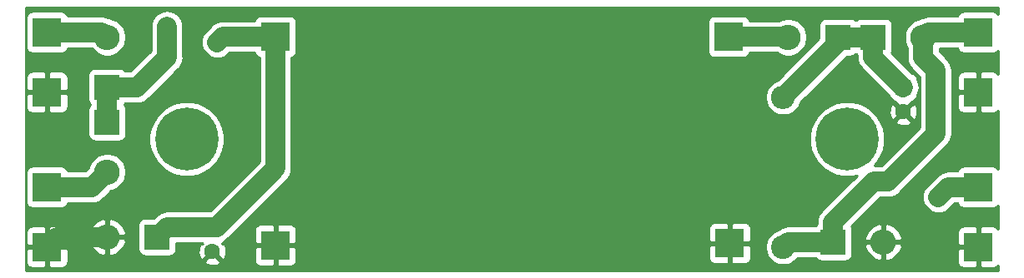
<source format=gbr>
%TF.GenerationSoftware,KiCad,Pcbnew,(5.1.10)-1*%
%TF.CreationDate,2021-05-10T23:52:44-03:00*%
%TF.ProjectId,MGA_02,4d47415f-3032-42e6-9b69-6361645f7063,rev?*%
%TF.SameCoordinates,Original*%
%TF.FileFunction,Copper,L1,Top*%
%TF.FilePolarity,Positive*%
%FSLAX46Y46*%
G04 Gerber Fmt 4.6, Leading zero omitted, Abs format (unit mm)*
G04 Created by KiCad (PCBNEW (5.1.10)-1) date 2021-05-10 23:52:44*
%MOMM*%
%LPD*%
G01*
G04 APERTURE LIST*
%TA.AperFunction,ComponentPad*%
%ADD10C,0.800000*%
%TD*%
%TA.AperFunction,ComponentPad*%
%ADD11C,6.400000*%
%TD*%
%TA.AperFunction,ComponentPad*%
%ADD12C,1.270000*%
%TD*%
%TA.AperFunction,ComponentPad*%
%ADD13R,3.000000X3.000000*%
%TD*%
%TA.AperFunction,ComponentPad*%
%ADD14O,2.600000X2.600000*%
%TD*%
%TA.AperFunction,ComponentPad*%
%ADD15R,2.600000X2.600000*%
%TD*%
%TA.AperFunction,ComponentPad*%
%ADD16O,2.400000X2.400000*%
%TD*%
%TA.AperFunction,ComponentPad*%
%ADD17C,2.400000*%
%TD*%
%TA.AperFunction,ComponentPad*%
%ADD18C,1.600000*%
%TD*%
%TA.AperFunction,ComponentPad*%
%ADD19R,1.600000X1.600000*%
%TD*%
%TA.AperFunction,Conductor*%
%ADD20C,2.000000*%
%TD*%
%TA.AperFunction,Conductor*%
%ADD21C,0.254000*%
%TD*%
%TA.AperFunction,Conductor*%
%ADD22C,0.100000*%
%TD*%
G04 APERTURE END LIST*
D10*
%TO.P,2,1*%
%TO.N,N/C*%
X135697056Y-113302944D03*
X134000000Y-112600000D03*
X132302944Y-113302944D03*
X131600000Y-115000000D03*
X132302944Y-116697056D03*
X134000000Y-117400000D03*
X135697056Y-116697056D03*
X136400000Y-115000000D03*
D11*
X134000000Y-115000000D03*
%TD*%
D10*
%TO.P,1,1*%
%TO.N,N/C*%
X68697056Y-113302944D03*
X67000000Y-112600000D03*
X65302944Y-113302944D03*
X64600000Y-115000000D03*
X65302944Y-116697056D03*
X67000000Y-117400000D03*
X68697056Y-116697056D03*
X69400000Y-115000000D03*
D11*
X67000000Y-115000000D03*
%TD*%
D12*
%TO.P,F2,1*%
%TO.N,Net-(F2-Pad1)*%
X143256000Y-120904000D03*
%TO.P,F2,2*%
%TO.N,Net-(D5-Pad2)*%
X138156000Y-119304000D03*
%TD*%
%TO.P,F1,1*%
%TO.N,Net-(C1-Pad1)*%
X70104000Y-105156000D03*
%TO.P,F1,2*%
%TO.N,Net-(D1-Pad1)*%
X65004000Y-103556000D03*
%TD*%
D13*
%TO.P,J8,1*%
%TO.N,Net-(F2-Pad1)*%
X147320000Y-119888000D03*
%TD*%
%TO.P,J7,1*%
%TO.N,GND*%
X147320000Y-125984000D03*
%TD*%
%TO.P,J6,1*%
%TO.N,GND*%
X147320000Y-110236000D03*
%TD*%
%TO.P,J5,1*%
%TO.N,Net-(D5-Pad2)*%
X147320000Y-104140000D03*
%TD*%
%TO.P,J4,1*%
%TO.N,GND*%
X52832000Y-125984000D03*
%TD*%
%TO.P,J3,1*%
%TO.N,Net-(D2-Pad2)*%
X52832000Y-119888000D03*
%TD*%
%TO.P,J2,1*%
%TO.N,GND*%
X52832000Y-110236000D03*
%TD*%
%TO.P,J1,1*%
%TO.N,Net-(D1-Pad2)*%
X52832000Y-104140000D03*
%TD*%
D14*
%TO.P,D6,2*%
%TO.N,GND*%
X137668000Y-125476000D03*
D15*
%TO.P,D6,1*%
%TO.N,Net-(D5-Pad2)*%
X132588000Y-125476000D03*
%TD*%
D14*
%TO.P,D5,2*%
%TO.N,Net-(D5-Pad2)*%
X141732000Y-104648000D03*
D15*
%TO.P,D5,1*%
%TO.N,Net-(C2-Pad1)*%
X136652000Y-104648000D03*
%TD*%
D14*
%TO.P,D4,2*%
%TO.N,Net-(D4-Pad2)*%
X128016000Y-104648000D03*
D15*
%TO.P,D4,1*%
%TO.N,Net-(C2-Pad1)*%
X133096000Y-104648000D03*
%TD*%
D14*
%TO.P,D3,2*%
%TO.N,GND*%
X58928000Y-124968000D03*
D15*
%TO.P,D3,1*%
%TO.N,Net-(C1-Pad1)*%
X64008000Y-124968000D03*
%TD*%
D14*
%TO.P,D2,2*%
%TO.N,Net-(D2-Pad2)*%
X58928000Y-118364000D03*
D15*
%TO.P,D2,1*%
%TO.N,Net-(D1-Pad1)*%
X58928000Y-113284000D03*
%TD*%
D14*
%TO.P,D1,2*%
%TO.N,Net-(D1-Pad2)*%
X58928000Y-104648000D03*
D15*
%TO.P,D1,1*%
%TO.N,Net-(D1-Pad1)*%
X58928000Y-109728000D03*
%TD*%
D16*
%TO.P,R1,2*%
%TO.N,Net-(C2-Pad1)*%
X127508000Y-110744000D03*
D17*
%TO.P,R1,1*%
%TO.N,Net-(D5-Pad2)*%
X127508000Y-125984000D03*
%TD*%
D18*
%TO.P,C2,2*%
%TO.N,GND*%
X139700000Y-112228000D03*
D19*
%TO.P,C2,1*%
%TO.N,Net-(C2-Pad1)*%
X139700000Y-109728000D03*
%TD*%
D18*
%TO.P,C1,2*%
%TO.N,GND*%
X69596000Y-126452000D03*
D19*
%TO.P,C1,1*%
%TO.N,Net-(C1-Pad1)*%
X69596000Y-123952000D03*
%TD*%
D13*
%TO.P,DC1,4*%
%TO.N,GND*%
X122100000Y-125600000D03*
%TO.P,DC1,3*%
%TO.N,Net-(D4-Pad2)*%
X122000000Y-104600000D03*
%TO.P,DC1,2*%
%TO.N,GND*%
X76000000Y-125800000D03*
%TO.P,DC1,1*%
%TO.N,Net-(C1-Pad1)*%
X76000000Y-104600000D03*
%TD*%
D20*
%TO.N,Net-(D1-Pad2)*%
X58420000Y-104140000D02*
X58928000Y-104648000D01*
X52832000Y-104140000D02*
X58420000Y-104140000D01*
%TO.N,Net-(D1-Pad1)*%
X58928000Y-109728000D02*
X58928000Y-113284000D01*
X58928000Y-109728000D02*
X61976000Y-109728000D01*
X65004000Y-106700000D02*
X65004000Y-103556000D01*
X61976000Y-109728000D02*
X65004000Y-106700000D01*
%TO.N,Net-(D2-Pad2)*%
X57404000Y-119888000D02*
X58928000Y-118364000D01*
X52832000Y-119888000D02*
X57404000Y-119888000D01*
%TO.N,GND*%
X53848000Y-124968000D02*
X52832000Y-125984000D01*
X58928000Y-124968000D02*
X53848000Y-124968000D01*
%TO.N,Net-(C1-Pad1)*%
X70660000Y-104600000D02*
X70104000Y-105156000D01*
X76000000Y-104600000D02*
X70660000Y-104600000D01*
X65024000Y-123952000D02*
X69596000Y-123952000D01*
X64008000Y-124968000D02*
X65024000Y-123952000D01*
X69596000Y-123952000D02*
X70048000Y-123952000D01*
X76000000Y-118000000D02*
X76000000Y-104600000D01*
X70048000Y-123952000D02*
X76000000Y-118000000D01*
%TO.N,Net-(D4-Pad2)*%
X127968000Y-104600000D02*
X128016000Y-104648000D01*
X122000000Y-104600000D02*
X127968000Y-104600000D01*
%TO.N,Net-(C2-Pad1)*%
X133096000Y-105156000D02*
X127508000Y-110744000D01*
X133096000Y-104648000D02*
X133096000Y-105156000D01*
X136652000Y-106680000D02*
X139700000Y-109728000D01*
X136652000Y-104648000D02*
X136652000Y-106680000D01*
X133096000Y-104648000D02*
X136652000Y-104648000D01*
%TO.N,Net-(D5-Pad2)*%
X142240000Y-104140000D02*
X141732000Y-104648000D01*
X147320000Y-104140000D02*
X142240000Y-104140000D01*
X138156000Y-119304000D02*
X136728000Y-119304000D01*
X132588000Y-123444000D02*
X132588000Y-125476000D01*
X136728000Y-119304000D02*
X132588000Y-123444000D01*
X128016000Y-125476000D02*
X127508000Y-125984000D01*
X132588000Y-125476000D02*
X128016000Y-125476000D01*
X141732000Y-104648000D02*
X141732000Y-106732000D01*
X141732000Y-106732000D02*
X143000000Y-108000000D01*
X143000000Y-114460000D02*
X138156000Y-119304000D01*
X143000000Y-108000000D02*
X143000000Y-114460000D01*
%TO.N,Net-(F2-Pad1)*%
X144272000Y-119888000D02*
X143256000Y-120904000D01*
X147320000Y-119888000D02*
X144272000Y-119888000D01*
%TD*%
D21*
%TO.N,GND*%
X149340001Y-102272668D02*
X149271185Y-102188815D01*
X149174494Y-102109463D01*
X149064180Y-102050498D01*
X148944482Y-102014188D01*
X148820000Y-102001928D01*
X145820000Y-102001928D01*
X145695518Y-102014188D01*
X145575820Y-102050498D01*
X145465506Y-102109463D01*
X145368815Y-102188815D01*
X145289463Y-102285506D01*
X145230498Y-102395820D01*
X145197379Y-102505000D01*
X142320319Y-102505000D01*
X142239999Y-102497089D01*
X142159679Y-102505000D01*
X142159678Y-102505000D01*
X141919484Y-102528657D01*
X141611285Y-102622148D01*
X141381979Y-102744715D01*
X141167581Y-102787361D01*
X140815434Y-102933225D01*
X140498509Y-103144987D01*
X140228987Y-103414509D01*
X140017225Y-103731434D01*
X139871361Y-104083581D01*
X139797000Y-104457419D01*
X139797000Y-104838581D01*
X139871361Y-105212419D01*
X140017225Y-105564566D01*
X140097000Y-105683959D01*
X140097001Y-106651671D01*
X140089089Y-106732000D01*
X140120658Y-107052516D01*
X140214148Y-107360714D01*
X140219799Y-107371286D01*
X140365970Y-107644752D01*
X140570287Y-107893714D01*
X140632682Y-107944920D01*
X141365000Y-108677239D01*
X141365001Y-113782760D01*
X137478762Y-117669000D01*
X136808319Y-117669000D01*
X136759334Y-117664175D01*
X136978839Y-117444670D01*
X137398533Y-116816554D01*
X137687623Y-116118628D01*
X137835000Y-115377715D01*
X137835000Y-114622285D01*
X137687623Y-113881372D01*
X137413965Y-113220702D01*
X138886903Y-113220702D01*
X138958486Y-113464671D01*
X139213996Y-113585571D01*
X139488184Y-113654300D01*
X139770512Y-113668217D01*
X140050130Y-113626787D01*
X140316292Y-113531603D01*
X140441514Y-113464671D01*
X140513097Y-113220702D01*
X139700000Y-112407605D01*
X138886903Y-113220702D01*
X137413965Y-113220702D01*
X137398533Y-113183446D01*
X136978839Y-112555330D01*
X136722021Y-112298512D01*
X138259783Y-112298512D01*
X138301213Y-112578130D01*
X138396397Y-112844292D01*
X138463329Y-112969514D01*
X138707298Y-113041097D01*
X139520395Y-112228000D01*
X139879605Y-112228000D01*
X140692702Y-113041097D01*
X140936671Y-112969514D01*
X141057571Y-112714004D01*
X141126300Y-112439816D01*
X141140217Y-112157488D01*
X141098787Y-111877870D01*
X141003603Y-111611708D01*
X140936671Y-111486486D01*
X140692702Y-111414903D01*
X139879605Y-112228000D01*
X139520395Y-112228000D01*
X138707298Y-111414903D01*
X138463329Y-111486486D01*
X138342429Y-111741996D01*
X138273700Y-112016184D01*
X138259783Y-112298512D01*
X136722021Y-112298512D01*
X136444670Y-112021161D01*
X135816554Y-111601467D01*
X135118628Y-111312377D01*
X134377715Y-111165000D01*
X133622285Y-111165000D01*
X132881372Y-111312377D01*
X132183446Y-111601467D01*
X131555330Y-112021161D01*
X131021161Y-112555330D01*
X130601467Y-113183446D01*
X130312377Y-113881372D01*
X130165000Y-114622285D01*
X130165000Y-115377715D01*
X130312377Y-116118628D01*
X130601467Y-116816554D01*
X131021161Y-117444670D01*
X131555330Y-117978839D01*
X132183446Y-118398533D01*
X132881372Y-118687623D01*
X133622285Y-118835000D01*
X134377715Y-118835000D01*
X135010662Y-118709099D01*
X131488687Y-122231075D01*
X131426286Y-122282286D01*
X131221969Y-122531249D01*
X131070148Y-122815286D01*
X130976657Y-123123485D01*
X130953000Y-123363678D01*
X130945089Y-123444000D01*
X130953000Y-123524320D01*
X130953000Y-123635043D01*
X130933506Y-123645463D01*
X130836815Y-123724815D01*
X130757463Y-123821506D01*
X130747043Y-123841000D01*
X128096319Y-123841000D01*
X128015999Y-123833089D01*
X127935679Y-123841000D01*
X127935678Y-123841000D01*
X127695484Y-123864657D01*
X127387285Y-123958148D01*
X127103248Y-124109969D01*
X126966716Y-124222017D01*
X126638801Y-124357844D01*
X126338256Y-124558662D01*
X126082662Y-124814256D01*
X125881844Y-125114801D01*
X125743518Y-125448750D01*
X125673000Y-125803268D01*
X125673000Y-126164732D01*
X125743518Y-126519250D01*
X125881844Y-126853199D01*
X126082662Y-127153744D01*
X126338256Y-127409338D01*
X126638801Y-127610156D01*
X126972750Y-127748482D01*
X127327268Y-127819000D01*
X127688732Y-127819000D01*
X128043250Y-127748482D01*
X128377199Y-127610156D01*
X128566004Y-127484000D01*
X145181928Y-127484000D01*
X145194188Y-127608482D01*
X145230498Y-127728180D01*
X145289463Y-127838494D01*
X145368815Y-127935185D01*
X145465506Y-128014537D01*
X145575820Y-128073502D01*
X145695518Y-128109812D01*
X145820000Y-128122072D01*
X147034250Y-128119000D01*
X147193000Y-127960250D01*
X147193000Y-126111000D01*
X145343750Y-126111000D01*
X145185000Y-126269750D01*
X145181928Y-127484000D01*
X128566004Y-127484000D01*
X128677744Y-127409338D01*
X128933338Y-127153744D01*
X128961899Y-127111000D01*
X130747043Y-127111000D01*
X130757463Y-127130494D01*
X130836815Y-127227185D01*
X130933506Y-127306537D01*
X131043820Y-127365502D01*
X131163518Y-127401812D01*
X131288000Y-127414072D01*
X133888000Y-127414072D01*
X134012482Y-127401812D01*
X134132180Y-127365502D01*
X134242494Y-127306537D01*
X134339185Y-127227185D01*
X134418537Y-127130494D01*
X134477502Y-127020180D01*
X134513812Y-126900482D01*
X134526072Y-126776000D01*
X134526072Y-125903484D01*
X135780811Y-125903484D01*
X135861358Y-126169028D01*
X136031275Y-126508170D01*
X136264091Y-126807646D01*
X136550858Y-127055948D01*
X136880556Y-127243533D01*
X137240515Y-127363193D01*
X137541000Y-127248082D01*
X137541000Y-125603000D01*
X137795000Y-125603000D01*
X137795000Y-127248082D01*
X138095485Y-127363193D01*
X138455444Y-127243533D01*
X138785142Y-127055948D01*
X139071909Y-126807646D01*
X139304725Y-126508170D01*
X139474642Y-126169028D01*
X139555189Y-125903484D01*
X139439704Y-125603000D01*
X137795000Y-125603000D01*
X137541000Y-125603000D01*
X135896296Y-125603000D01*
X135780811Y-125903484D01*
X134526072Y-125903484D01*
X134526072Y-125048516D01*
X135780811Y-125048516D01*
X135896296Y-125349000D01*
X137541000Y-125349000D01*
X137541000Y-123703918D01*
X137795000Y-123703918D01*
X137795000Y-125349000D01*
X139439704Y-125349000D01*
X139555189Y-125048516D01*
X139474642Y-124782972D01*
X139324851Y-124484000D01*
X145181928Y-124484000D01*
X145185000Y-125698250D01*
X145343750Y-125857000D01*
X147193000Y-125857000D01*
X147193000Y-124007750D01*
X147034250Y-123849000D01*
X145820000Y-123845928D01*
X145695518Y-123858188D01*
X145575820Y-123894498D01*
X145465506Y-123953463D01*
X145368815Y-124032815D01*
X145289463Y-124129506D01*
X145230498Y-124239820D01*
X145194188Y-124359518D01*
X145181928Y-124484000D01*
X139324851Y-124484000D01*
X139304725Y-124443830D01*
X139071909Y-124144354D01*
X138785142Y-123896052D01*
X138455444Y-123708467D01*
X138095485Y-123588807D01*
X137795000Y-123703918D01*
X137541000Y-123703918D01*
X137240515Y-123588807D01*
X136880556Y-123708467D01*
X136550858Y-123896052D01*
X136264091Y-124144354D01*
X136031275Y-124443830D01*
X135861358Y-124782972D01*
X135780811Y-125048516D01*
X134526072Y-125048516D01*
X134526072Y-124176000D01*
X134513812Y-124051518D01*
X134477502Y-123931820D01*
X134454831Y-123889407D01*
X137405239Y-120939000D01*
X138075681Y-120939000D01*
X138156000Y-120946911D01*
X138236319Y-120939000D01*
X138236322Y-120939000D01*
X138476516Y-120915343D01*
X138784715Y-120821852D01*
X139068752Y-120670031D01*
X139317714Y-120465714D01*
X139368925Y-120403313D01*
X144099319Y-115672920D01*
X144161714Y-115621714D01*
X144366031Y-115372752D01*
X144517852Y-115088715D01*
X144611343Y-114780516D01*
X144635000Y-114540322D01*
X144635000Y-114540321D01*
X144642911Y-114460001D01*
X144635000Y-114379681D01*
X144635000Y-111736000D01*
X145181928Y-111736000D01*
X145194188Y-111860482D01*
X145230498Y-111980180D01*
X145289463Y-112090494D01*
X145368815Y-112187185D01*
X145465506Y-112266537D01*
X145575820Y-112325502D01*
X145695518Y-112361812D01*
X145820000Y-112374072D01*
X147034250Y-112371000D01*
X147193000Y-112212250D01*
X147193000Y-110363000D01*
X145343750Y-110363000D01*
X145185000Y-110521750D01*
X145181928Y-111736000D01*
X144635000Y-111736000D01*
X144635000Y-108736000D01*
X145181928Y-108736000D01*
X145185000Y-109950250D01*
X145343750Y-110109000D01*
X147193000Y-110109000D01*
X147193000Y-108259750D01*
X147034250Y-108101000D01*
X145820000Y-108097928D01*
X145695518Y-108110188D01*
X145575820Y-108146498D01*
X145465506Y-108205463D01*
X145368815Y-108284815D01*
X145289463Y-108381506D01*
X145230498Y-108491820D01*
X145194188Y-108611518D01*
X145181928Y-108736000D01*
X144635000Y-108736000D01*
X144635000Y-108080322D01*
X144642911Y-108000000D01*
X144611343Y-107679483D01*
X144517852Y-107371285D01*
X144484407Y-107308714D01*
X144366031Y-107087248D01*
X144161714Y-106838286D01*
X144099319Y-106787081D01*
X143367000Y-106054762D01*
X143367000Y-105775000D01*
X145197379Y-105775000D01*
X145230498Y-105884180D01*
X145289463Y-105994494D01*
X145368815Y-106091185D01*
X145465506Y-106170537D01*
X145575820Y-106229502D01*
X145695518Y-106265812D01*
X145820000Y-106278072D01*
X148820000Y-106278072D01*
X148944482Y-106265812D01*
X149064180Y-106229502D01*
X149174494Y-106170537D01*
X149271185Y-106091185D01*
X149340001Y-106007332D01*
X149340001Y-108368667D01*
X149271185Y-108284815D01*
X149174494Y-108205463D01*
X149064180Y-108146498D01*
X148944482Y-108110188D01*
X148820000Y-108097928D01*
X147605750Y-108101000D01*
X147447000Y-108259750D01*
X147447000Y-110109000D01*
X147467000Y-110109000D01*
X147467000Y-110363000D01*
X147447000Y-110363000D01*
X147447000Y-112212250D01*
X147605750Y-112371000D01*
X148820000Y-112374072D01*
X148944482Y-112361812D01*
X149064180Y-112325502D01*
X149174494Y-112266537D01*
X149271185Y-112187185D01*
X149340001Y-112103333D01*
X149340000Y-118020667D01*
X149271185Y-117936815D01*
X149174494Y-117857463D01*
X149064180Y-117798498D01*
X148944482Y-117762188D01*
X148820000Y-117749928D01*
X145820000Y-117749928D01*
X145695518Y-117762188D01*
X145575820Y-117798498D01*
X145465506Y-117857463D01*
X145368815Y-117936815D01*
X145289463Y-118033506D01*
X145230498Y-118143820D01*
X145197379Y-118253000D01*
X144352319Y-118253000D01*
X144272000Y-118245089D01*
X144191680Y-118253000D01*
X144191678Y-118253000D01*
X143951484Y-118276657D01*
X143643285Y-118370148D01*
X143359248Y-118521969D01*
X143110286Y-118726286D01*
X143059075Y-118788687D01*
X142043085Y-119804677D01*
X141889970Y-119991248D01*
X141738148Y-120275286D01*
X141644658Y-120583484D01*
X141613089Y-120904000D01*
X141644658Y-121224516D01*
X141738148Y-121532714D01*
X141889970Y-121816752D01*
X142094287Y-122065713D01*
X142343248Y-122270030D01*
X142627286Y-122421852D01*
X142935484Y-122515342D01*
X143256000Y-122546911D01*
X143576516Y-122515342D01*
X143884714Y-122421852D01*
X144168752Y-122270030D01*
X144355323Y-122116915D01*
X144949238Y-121523000D01*
X145197379Y-121523000D01*
X145230498Y-121632180D01*
X145289463Y-121742494D01*
X145368815Y-121839185D01*
X145465506Y-121918537D01*
X145575820Y-121977502D01*
X145695518Y-122013812D01*
X145820000Y-122026072D01*
X148820000Y-122026072D01*
X148944482Y-122013812D01*
X149064180Y-121977502D01*
X149174494Y-121918537D01*
X149271185Y-121839185D01*
X149340000Y-121755333D01*
X149340000Y-124116667D01*
X149271185Y-124032815D01*
X149174494Y-123953463D01*
X149064180Y-123894498D01*
X148944482Y-123858188D01*
X148820000Y-123845928D01*
X147605750Y-123849000D01*
X147447000Y-124007750D01*
X147447000Y-125857000D01*
X147467000Y-125857000D01*
X147467000Y-126111000D01*
X147447000Y-126111000D01*
X147447000Y-127960250D01*
X147605750Y-128119000D01*
X148820000Y-128122072D01*
X148944482Y-128109812D01*
X149064180Y-128073502D01*
X149174494Y-128014537D01*
X149271185Y-127935185D01*
X149340000Y-127851333D01*
X149340000Y-128340000D01*
X50660000Y-128340000D01*
X50660000Y-127484000D01*
X50693928Y-127484000D01*
X50706188Y-127608482D01*
X50742498Y-127728180D01*
X50801463Y-127838494D01*
X50880815Y-127935185D01*
X50977506Y-128014537D01*
X51087820Y-128073502D01*
X51207518Y-128109812D01*
X51332000Y-128122072D01*
X52546250Y-128119000D01*
X52705000Y-127960250D01*
X52705000Y-126111000D01*
X52959000Y-126111000D01*
X52959000Y-127960250D01*
X53117750Y-128119000D01*
X54332000Y-128122072D01*
X54456482Y-128109812D01*
X54576180Y-128073502D01*
X54686494Y-128014537D01*
X54783185Y-127935185D01*
X54862537Y-127838494D01*
X54921502Y-127728180D01*
X54957812Y-127608482D01*
X54970072Y-127484000D01*
X54969973Y-127444702D01*
X68782903Y-127444702D01*
X68854486Y-127688671D01*
X69109996Y-127809571D01*
X69384184Y-127878300D01*
X69666512Y-127892217D01*
X69946130Y-127850787D01*
X70212292Y-127755603D01*
X70337514Y-127688671D01*
X70409097Y-127444702D01*
X70264395Y-127300000D01*
X73861928Y-127300000D01*
X73874188Y-127424482D01*
X73910498Y-127544180D01*
X73969463Y-127654494D01*
X74048815Y-127751185D01*
X74145506Y-127830537D01*
X74255820Y-127889502D01*
X74375518Y-127925812D01*
X74500000Y-127938072D01*
X75714250Y-127935000D01*
X75873000Y-127776250D01*
X75873000Y-125927000D01*
X76127000Y-125927000D01*
X76127000Y-127776250D01*
X76285750Y-127935000D01*
X77500000Y-127938072D01*
X77624482Y-127925812D01*
X77744180Y-127889502D01*
X77854494Y-127830537D01*
X77951185Y-127751185D01*
X78030537Y-127654494D01*
X78089502Y-127544180D01*
X78125812Y-127424482D01*
X78138072Y-127300000D01*
X78137567Y-127100000D01*
X119961928Y-127100000D01*
X119974188Y-127224482D01*
X120010498Y-127344180D01*
X120069463Y-127454494D01*
X120148815Y-127551185D01*
X120245506Y-127630537D01*
X120355820Y-127689502D01*
X120475518Y-127725812D01*
X120600000Y-127738072D01*
X121814250Y-127735000D01*
X121973000Y-127576250D01*
X121973000Y-125727000D01*
X122227000Y-125727000D01*
X122227000Y-127576250D01*
X122385750Y-127735000D01*
X123600000Y-127738072D01*
X123724482Y-127725812D01*
X123844180Y-127689502D01*
X123954494Y-127630537D01*
X124051185Y-127551185D01*
X124130537Y-127454494D01*
X124189502Y-127344180D01*
X124225812Y-127224482D01*
X124238072Y-127100000D01*
X124235000Y-125885750D01*
X124076250Y-125727000D01*
X122227000Y-125727000D01*
X121973000Y-125727000D01*
X120123750Y-125727000D01*
X119965000Y-125885750D01*
X119961928Y-127100000D01*
X78137567Y-127100000D01*
X78135000Y-126085750D01*
X77976250Y-125927000D01*
X76127000Y-125927000D01*
X75873000Y-125927000D01*
X74023750Y-125927000D01*
X73865000Y-126085750D01*
X73861928Y-127300000D01*
X70264395Y-127300000D01*
X69596000Y-126631605D01*
X68782903Y-127444702D01*
X54969973Y-127444702D01*
X54967000Y-126269750D01*
X54808250Y-126111000D01*
X52959000Y-126111000D01*
X52705000Y-126111000D01*
X50855750Y-126111000D01*
X50697000Y-126269750D01*
X50693928Y-127484000D01*
X50660000Y-127484000D01*
X50660000Y-124484000D01*
X50693928Y-124484000D01*
X50697000Y-125698250D01*
X50855750Y-125857000D01*
X52705000Y-125857000D01*
X52705000Y-124007750D01*
X52959000Y-124007750D01*
X52959000Y-125857000D01*
X54808250Y-125857000D01*
X54967000Y-125698250D01*
X54967765Y-125395484D01*
X57040811Y-125395484D01*
X57121358Y-125661028D01*
X57291275Y-126000170D01*
X57524091Y-126299646D01*
X57810858Y-126547948D01*
X58140556Y-126735533D01*
X58500515Y-126855193D01*
X58801000Y-126740082D01*
X58801000Y-125095000D01*
X59055000Y-125095000D01*
X59055000Y-126740082D01*
X59355485Y-126855193D01*
X59715444Y-126735533D01*
X60045142Y-126547948D01*
X60331909Y-126299646D01*
X60564725Y-126000170D01*
X60734642Y-125661028D01*
X60815189Y-125395484D01*
X60699704Y-125095000D01*
X59055000Y-125095000D01*
X58801000Y-125095000D01*
X57156296Y-125095000D01*
X57040811Y-125395484D01*
X54967765Y-125395484D01*
X54969928Y-124540516D01*
X57040811Y-124540516D01*
X57156296Y-124841000D01*
X58801000Y-124841000D01*
X58801000Y-123195918D01*
X59055000Y-123195918D01*
X59055000Y-124841000D01*
X60699704Y-124841000D01*
X60815189Y-124540516D01*
X60734642Y-124274972D01*
X60564725Y-123935830D01*
X60356511Y-123668000D01*
X62069928Y-123668000D01*
X62069928Y-126268000D01*
X62082188Y-126392482D01*
X62118498Y-126512180D01*
X62177463Y-126622494D01*
X62256815Y-126719185D01*
X62353506Y-126798537D01*
X62463820Y-126857502D01*
X62583518Y-126893812D01*
X62708000Y-126906072D01*
X65308000Y-126906072D01*
X65432482Y-126893812D01*
X65552180Y-126857502D01*
X65662494Y-126798537D01*
X65759185Y-126719185D01*
X65838537Y-126622494D01*
X65897502Y-126512180D01*
X65933812Y-126392482D01*
X65946072Y-126268000D01*
X65946072Y-125587000D01*
X68551393Y-125587000D01*
X68603296Y-125638903D01*
X68359329Y-125710486D01*
X68238429Y-125965996D01*
X68169700Y-126240184D01*
X68155783Y-126522512D01*
X68197213Y-126802130D01*
X68292397Y-127068292D01*
X68359329Y-127193514D01*
X68603298Y-127265097D01*
X69416395Y-126452000D01*
X69402253Y-126437858D01*
X69581858Y-126258253D01*
X69596000Y-126272395D01*
X69610143Y-126258253D01*
X69789748Y-126437858D01*
X69775605Y-126452000D01*
X70588702Y-127265097D01*
X70832671Y-127193514D01*
X70953571Y-126938004D01*
X71022300Y-126663816D01*
X71036217Y-126381488D01*
X70994787Y-126101870D01*
X70899603Y-125835708D01*
X70832671Y-125710486D01*
X70588704Y-125638903D01*
X70704977Y-125522630D01*
X70657905Y-125475558D01*
X70676715Y-125469852D01*
X70960752Y-125318031D01*
X71209714Y-125113714D01*
X71260925Y-125051313D01*
X72012238Y-124300000D01*
X73861928Y-124300000D01*
X73865000Y-125514250D01*
X74023750Y-125673000D01*
X75873000Y-125673000D01*
X75873000Y-123823750D01*
X76127000Y-123823750D01*
X76127000Y-125673000D01*
X77976250Y-125673000D01*
X78135000Y-125514250D01*
X78138072Y-124300000D01*
X78125812Y-124175518D01*
X78102904Y-124100000D01*
X119961928Y-124100000D01*
X119965000Y-125314250D01*
X120123750Y-125473000D01*
X121973000Y-125473000D01*
X121973000Y-123623750D01*
X122227000Y-123623750D01*
X122227000Y-125473000D01*
X124076250Y-125473000D01*
X124235000Y-125314250D01*
X124238072Y-124100000D01*
X124225812Y-123975518D01*
X124189502Y-123855820D01*
X124130537Y-123745506D01*
X124051185Y-123648815D01*
X123954494Y-123569463D01*
X123844180Y-123510498D01*
X123724482Y-123474188D01*
X123600000Y-123461928D01*
X122385750Y-123465000D01*
X122227000Y-123623750D01*
X121973000Y-123623750D01*
X121814250Y-123465000D01*
X120600000Y-123461928D01*
X120475518Y-123474188D01*
X120355820Y-123510498D01*
X120245506Y-123569463D01*
X120148815Y-123648815D01*
X120069463Y-123745506D01*
X120010498Y-123855820D01*
X119974188Y-123975518D01*
X119961928Y-124100000D01*
X78102904Y-124100000D01*
X78089502Y-124055820D01*
X78030537Y-123945506D01*
X77951185Y-123848815D01*
X77854494Y-123769463D01*
X77744180Y-123710498D01*
X77624482Y-123674188D01*
X77500000Y-123661928D01*
X76285750Y-123665000D01*
X76127000Y-123823750D01*
X75873000Y-123823750D01*
X75714250Y-123665000D01*
X74500000Y-123661928D01*
X74375518Y-123674188D01*
X74255820Y-123710498D01*
X74145506Y-123769463D01*
X74048815Y-123848815D01*
X73969463Y-123945506D01*
X73910498Y-124055820D01*
X73874188Y-124175518D01*
X73861928Y-124300000D01*
X72012238Y-124300000D01*
X77099320Y-119212919D01*
X77161714Y-119161714D01*
X77366031Y-118912752D01*
X77517852Y-118628715D01*
X77611343Y-118320516D01*
X77635000Y-118080322D01*
X77635000Y-118080320D01*
X77642911Y-118000001D01*
X77635000Y-117919681D01*
X77635000Y-110563268D01*
X125673000Y-110563268D01*
X125673000Y-110924732D01*
X125743518Y-111279250D01*
X125881844Y-111613199D01*
X126082662Y-111913744D01*
X126338256Y-112169338D01*
X126638801Y-112370156D01*
X126972750Y-112508482D01*
X127327268Y-112579000D01*
X127688732Y-112579000D01*
X128043250Y-112508482D01*
X128377199Y-112370156D01*
X128677744Y-112169338D01*
X128933338Y-111913744D01*
X129134156Y-111613199D01*
X129263639Y-111300599D01*
X133978167Y-106586072D01*
X134396000Y-106586072D01*
X134520482Y-106573812D01*
X134640180Y-106537502D01*
X134750494Y-106478537D01*
X134847185Y-106399185D01*
X134874000Y-106366511D01*
X134900815Y-106399185D01*
X134997506Y-106478537D01*
X135017001Y-106488957D01*
X135017001Y-106599671D01*
X135009089Y-106680000D01*
X135040658Y-107000516D01*
X135134148Y-107308714D01*
X135167593Y-107371285D01*
X135285970Y-107592752D01*
X135490287Y-107841714D01*
X135552682Y-107892920D01*
X138270031Y-110610269D01*
X138274188Y-110652482D01*
X138310498Y-110772180D01*
X138369463Y-110882494D01*
X138448815Y-110979185D01*
X138545506Y-111058537D01*
X138655820Y-111117502D01*
X138775518Y-111153812D01*
X138900000Y-111166072D01*
X138907215Y-111166072D01*
X138886903Y-111235298D01*
X139700000Y-112048395D01*
X140513097Y-111235298D01*
X140492785Y-111166072D01*
X140500000Y-111166072D01*
X140624482Y-111153812D01*
X140744180Y-111117502D01*
X140854494Y-111058537D01*
X140951185Y-110979185D01*
X141030537Y-110882494D01*
X141089502Y-110772180D01*
X141125812Y-110652482D01*
X141138072Y-110528000D01*
X141138072Y-110505971D01*
X141217852Y-110356714D01*
X141311342Y-110048516D01*
X141342911Y-109728000D01*
X141311342Y-109407483D01*
X141217852Y-109099285D01*
X141138072Y-108950028D01*
X141138072Y-108928000D01*
X141125812Y-108803518D01*
X141089502Y-108683820D01*
X141030537Y-108573506D01*
X140951185Y-108476815D01*
X140854494Y-108397463D01*
X140744180Y-108338498D01*
X140624482Y-108302188D01*
X140582269Y-108298031D01*
X138518831Y-106234593D01*
X138541502Y-106192180D01*
X138577812Y-106072482D01*
X138590072Y-105948000D01*
X138590072Y-103348000D01*
X138577812Y-103223518D01*
X138541502Y-103103820D01*
X138482537Y-102993506D01*
X138403185Y-102896815D01*
X138306494Y-102817463D01*
X138196180Y-102758498D01*
X138076482Y-102722188D01*
X137952000Y-102709928D01*
X135352000Y-102709928D01*
X135227518Y-102722188D01*
X135107820Y-102758498D01*
X134997506Y-102817463D01*
X134900815Y-102896815D01*
X134874000Y-102929489D01*
X134847185Y-102896815D01*
X134750494Y-102817463D01*
X134640180Y-102758498D01*
X134520482Y-102722188D01*
X134396000Y-102709928D01*
X131796000Y-102709928D01*
X131671518Y-102722188D01*
X131551820Y-102758498D01*
X131441506Y-102817463D01*
X131344815Y-102896815D01*
X131265463Y-102993506D01*
X131206498Y-103103820D01*
X131170188Y-103223518D01*
X131157928Y-103348000D01*
X131157928Y-104781833D01*
X126951401Y-108988361D01*
X126638801Y-109117844D01*
X126338256Y-109318662D01*
X126082662Y-109574256D01*
X125881844Y-109874801D01*
X125743518Y-110208750D01*
X125673000Y-110563268D01*
X77635000Y-110563268D01*
X77635000Y-106722621D01*
X77744180Y-106689502D01*
X77854494Y-106630537D01*
X77951185Y-106551185D01*
X78030537Y-106454494D01*
X78089502Y-106344180D01*
X78125812Y-106224482D01*
X78138072Y-106100000D01*
X78138072Y-103100000D01*
X119861928Y-103100000D01*
X119861928Y-106100000D01*
X119874188Y-106224482D01*
X119910498Y-106344180D01*
X119969463Y-106454494D01*
X120048815Y-106551185D01*
X120145506Y-106630537D01*
X120255820Y-106689502D01*
X120375518Y-106725812D01*
X120500000Y-106738072D01*
X123500000Y-106738072D01*
X123624482Y-106725812D01*
X123744180Y-106689502D01*
X123854494Y-106630537D01*
X123951185Y-106551185D01*
X124030537Y-106454494D01*
X124089502Y-106344180D01*
X124122621Y-106235000D01*
X126908205Y-106235000D01*
X127099434Y-106362775D01*
X127451581Y-106508639D01*
X127825419Y-106583000D01*
X128206581Y-106583000D01*
X128580419Y-106508639D01*
X128932566Y-106362775D01*
X129249491Y-106151013D01*
X129519013Y-105881491D01*
X129730775Y-105564566D01*
X129876639Y-105212419D01*
X129951000Y-104838581D01*
X129951000Y-104457419D01*
X129876639Y-104083581D01*
X129730775Y-103731434D01*
X129519013Y-103414509D01*
X129249491Y-103144987D01*
X128932566Y-102933225D01*
X128580419Y-102787361D01*
X128206581Y-102713000D01*
X127825419Y-102713000D01*
X127451581Y-102787361D01*
X127099434Y-102933225D01*
X127051879Y-102965000D01*
X124122621Y-102965000D01*
X124089502Y-102855820D01*
X124030537Y-102745506D01*
X123951185Y-102648815D01*
X123854494Y-102569463D01*
X123744180Y-102510498D01*
X123624482Y-102474188D01*
X123500000Y-102461928D01*
X120500000Y-102461928D01*
X120375518Y-102474188D01*
X120255820Y-102510498D01*
X120145506Y-102569463D01*
X120048815Y-102648815D01*
X119969463Y-102745506D01*
X119910498Y-102855820D01*
X119874188Y-102975518D01*
X119861928Y-103100000D01*
X78138072Y-103100000D01*
X78125812Y-102975518D01*
X78089502Y-102855820D01*
X78030537Y-102745506D01*
X77951185Y-102648815D01*
X77854494Y-102569463D01*
X77744180Y-102510498D01*
X77624482Y-102474188D01*
X77500000Y-102461928D01*
X74500000Y-102461928D01*
X74375518Y-102474188D01*
X74255820Y-102510498D01*
X74145506Y-102569463D01*
X74048815Y-102648815D01*
X73969463Y-102745506D01*
X73910498Y-102855820D01*
X73877379Y-102965000D01*
X70740322Y-102965000D01*
X70660000Y-102957089D01*
X70339483Y-102988657D01*
X70185384Y-103035403D01*
X70031285Y-103082148D01*
X69747248Y-103233969D01*
X69498286Y-103438286D01*
X69447079Y-103500682D01*
X68891085Y-104056677D01*
X68737970Y-104243248D01*
X68586148Y-104527286D01*
X68492658Y-104835484D01*
X68461089Y-105156000D01*
X68492658Y-105476516D01*
X68586148Y-105784714D01*
X68737970Y-106068752D01*
X68942287Y-106317713D01*
X69191248Y-106522030D01*
X69475286Y-106673852D01*
X69783484Y-106767342D01*
X70104000Y-106798911D01*
X70424516Y-106767342D01*
X70732714Y-106673852D01*
X71016752Y-106522030D01*
X71203323Y-106368915D01*
X71337238Y-106235000D01*
X73877379Y-106235000D01*
X73910498Y-106344180D01*
X73969463Y-106454494D01*
X74048815Y-106551185D01*
X74145506Y-106630537D01*
X74255820Y-106689502D01*
X74365001Y-106722622D01*
X74365000Y-117322761D01*
X69370762Y-122317000D01*
X65104319Y-122317000D01*
X65024000Y-122309089D01*
X64943680Y-122317000D01*
X64943678Y-122317000D01*
X64703484Y-122340657D01*
X64395285Y-122434148D01*
X64111248Y-122585969D01*
X63862286Y-122790286D01*
X63811075Y-122852687D01*
X63633834Y-123029928D01*
X62708000Y-123029928D01*
X62583518Y-123042188D01*
X62463820Y-123078498D01*
X62353506Y-123137463D01*
X62256815Y-123216815D01*
X62177463Y-123313506D01*
X62118498Y-123423820D01*
X62082188Y-123543518D01*
X62069928Y-123668000D01*
X60356511Y-123668000D01*
X60331909Y-123636354D01*
X60045142Y-123388052D01*
X59715444Y-123200467D01*
X59355485Y-123080807D01*
X59055000Y-123195918D01*
X58801000Y-123195918D01*
X58500515Y-123080807D01*
X58140556Y-123200467D01*
X57810858Y-123388052D01*
X57524091Y-123636354D01*
X57291275Y-123935830D01*
X57121358Y-124274972D01*
X57040811Y-124540516D01*
X54969928Y-124540516D01*
X54970072Y-124484000D01*
X54957812Y-124359518D01*
X54921502Y-124239820D01*
X54862537Y-124129506D01*
X54783185Y-124032815D01*
X54686494Y-123953463D01*
X54576180Y-123894498D01*
X54456482Y-123858188D01*
X54332000Y-123845928D01*
X53117750Y-123849000D01*
X52959000Y-124007750D01*
X52705000Y-124007750D01*
X52546250Y-123849000D01*
X51332000Y-123845928D01*
X51207518Y-123858188D01*
X51087820Y-123894498D01*
X50977506Y-123953463D01*
X50880815Y-124032815D01*
X50801463Y-124129506D01*
X50742498Y-124239820D01*
X50706188Y-124359518D01*
X50693928Y-124484000D01*
X50660000Y-124484000D01*
X50660000Y-118388000D01*
X50693928Y-118388000D01*
X50693928Y-121388000D01*
X50706188Y-121512482D01*
X50742498Y-121632180D01*
X50801463Y-121742494D01*
X50880815Y-121839185D01*
X50977506Y-121918537D01*
X51087820Y-121977502D01*
X51207518Y-122013812D01*
X51332000Y-122026072D01*
X54332000Y-122026072D01*
X54456482Y-122013812D01*
X54576180Y-121977502D01*
X54686494Y-121918537D01*
X54783185Y-121839185D01*
X54862537Y-121742494D01*
X54921502Y-121632180D01*
X54954621Y-121523000D01*
X57323681Y-121523000D01*
X57404000Y-121530911D01*
X57484319Y-121523000D01*
X57484322Y-121523000D01*
X57724516Y-121499343D01*
X58032715Y-121405852D01*
X58316752Y-121254031D01*
X58565714Y-121049714D01*
X58616925Y-120987314D01*
X59351586Y-120252652D01*
X59492419Y-120224639D01*
X59844566Y-120078775D01*
X60161491Y-119867013D01*
X60431013Y-119597491D01*
X60642775Y-119280566D01*
X60788639Y-118928419D01*
X60863000Y-118554581D01*
X60863000Y-118173419D01*
X60788639Y-117799581D01*
X60642775Y-117447434D01*
X60431013Y-117130509D01*
X60161491Y-116860987D01*
X59844566Y-116649225D01*
X59492419Y-116503361D01*
X59118581Y-116429000D01*
X58737419Y-116429000D01*
X58363581Y-116503361D01*
X58011434Y-116649225D01*
X57694509Y-116860987D01*
X57424987Y-117130509D01*
X57213225Y-117447434D01*
X57067361Y-117799581D01*
X57039348Y-117940414D01*
X56726762Y-118253000D01*
X54954621Y-118253000D01*
X54921502Y-118143820D01*
X54862537Y-118033506D01*
X54783185Y-117936815D01*
X54686494Y-117857463D01*
X54576180Y-117798498D01*
X54456482Y-117762188D01*
X54332000Y-117749928D01*
X51332000Y-117749928D01*
X51207518Y-117762188D01*
X51087820Y-117798498D01*
X50977506Y-117857463D01*
X50880815Y-117936815D01*
X50801463Y-118033506D01*
X50742498Y-118143820D01*
X50706188Y-118263518D01*
X50693928Y-118388000D01*
X50660000Y-118388000D01*
X50660000Y-111736000D01*
X50693928Y-111736000D01*
X50706188Y-111860482D01*
X50742498Y-111980180D01*
X50801463Y-112090494D01*
X50880815Y-112187185D01*
X50977506Y-112266537D01*
X51087820Y-112325502D01*
X51207518Y-112361812D01*
X51332000Y-112374072D01*
X52546250Y-112371000D01*
X52705000Y-112212250D01*
X52705000Y-110363000D01*
X52959000Y-110363000D01*
X52959000Y-112212250D01*
X53117750Y-112371000D01*
X54332000Y-112374072D01*
X54456482Y-112361812D01*
X54576180Y-112325502D01*
X54686494Y-112266537D01*
X54783185Y-112187185D01*
X54862537Y-112090494D01*
X54921502Y-111980180D01*
X54957812Y-111860482D01*
X54970072Y-111736000D01*
X54967000Y-110521750D01*
X54808250Y-110363000D01*
X52959000Y-110363000D01*
X52705000Y-110363000D01*
X50855750Y-110363000D01*
X50697000Y-110521750D01*
X50693928Y-111736000D01*
X50660000Y-111736000D01*
X50660000Y-108736000D01*
X50693928Y-108736000D01*
X50697000Y-109950250D01*
X50855750Y-110109000D01*
X52705000Y-110109000D01*
X52705000Y-108259750D01*
X52959000Y-108259750D01*
X52959000Y-110109000D01*
X54808250Y-110109000D01*
X54967000Y-109950250D01*
X54970072Y-108736000D01*
X54957812Y-108611518D01*
X54921502Y-108491820D01*
X54887389Y-108428000D01*
X56989928Y-108428000D01*
X56989928Y-111028000D01*
X57002188Y-111152482D01*
X57038498Y-111272180D01*
X57097463Y-111382494D01*
X57176815Y-111479185D01*
X57209489Y-111506000D01*
X57176815Y-111532815D01*
X57097463Y-111629506D01*
X57038498Y-111739820D01*
X57002188Y-111859518D01*
X56989928Y-111984000D01*
X56989928Y-114584000D01*
X57002188Y-114708482D01*
X57038498Y-114828180D01*
X57097463Y-114938494D01*
X57176815Y-115035185D01*
X57273506Y-115114537D01*
X57383820Y-115173502D01*
X57503518Y-115209812D01*
X57628000Y-115222072D01*
X60228000Y-115222072D01*
X60352482Y-115209812D01*
X60472180Y-115173502D01*
X60582494Y-115114537D01*
X60679185Y-115035185D01*
X60758537Y-114938494D01*
X60817502Y-114828180D01*
X60853812Y-114708482D01*
X60862301Y-114622285D01*
X63165000Y-114622285D01*
X63165000Y-115377715D01*
X63312377Y-116118628D01*
X63601467Y-116816554D01*
X64021161Y-117444670D01*
X64555330Y-117978839D01*
X65183446Y-118398533D01*
X65881372Y-118687623D01*
X66622285Y-118835000D01*
X67377715Y-118835000D01*
X68118628Y-118687623D01*
X68816554Y-118398533D01*
X69444670Y-117978839D01*
X69978839Y-117444670D01*
X70398533Y-116816554D01*
X70687623Y-116118628D01*
X70835000Y-115377715D01*
X70835000Y-114622285D01*
X70687623Y-113881372D01*
X70398533Y-113183446D01*
X69978839Y-112555330D01*
X69444670Y-112021161D01*
X68816554Y-111601467D01*
X68118628Y-111312377D01*
X67377715Y-111165000D01*
X66622285Y-111165000D01*
X65881372Y-111312377D01*
X65183446Y-111601467D01*
X64555330Y-112021161D01*
X64021161Y-112555330D01*
X63601467Y-113183446D01*
X63312377Y-113881372D01*
X63165000Y-114622285D01*
X60862301Y-114622285D01*
X60866072Y-114584000D01*
X60866072Y-111984000D01*
X60853812Y-111859518D01*
X60817502Y-111739820D01*
X60758537Y-111629506D01*
X60679185Y-111532815D01*
X60646511Y-111506000D01*
X60679185Y-111479185D01*
X60758537Y-111382494D01*
X60768957Y-111363000D01*
X61895681Y-111363000D01*
X61976000Y-111370911D01*
X62056319Y-111363000D01*
X62056322Y-111363000D01*
X62296516Y-111339343D01*
X62604715Y-111245852D01*
X62888752Y-111094031D01*
X63137714Y-110889714D01*
X63188924Y-110827314D01*
X66103325Y-107912915D01*
X66165714Y-107861714D01*
X66370031Y-107612752D01*
X66521852Y-107328715D01*
X66595100Y-107087248D01*
X66615343Y-107020517D01*
X66646911Y-106700000D01*
X66639000Y-106619678D01*
X66639000Y-103475678D01*
X66615343Y-103235484D01*
X66521852Y-102927285D01*
X66370031Y-102643248D01*
X66165714Y-102394286D01*
X65916752Y-102189969D01*
X65632715Y-102038148D01*
X65324516Y-101944657D01*
X65004000Y-101913089D01*
X64683485Y-101944657D01*
X64375286Y-102038148D01*
X64091249Y-102189969D01*
X63842287Y-102394286D01*
X63637970Y-102643248D01*
X63486149Y-102927285D01*
X63392658Y-103235484D01*
X63369001Y-103475678D01*
X63369000Y-106022760D01*
X61298762Y-108093000D01*
X60768957Y-108093000D01*
X60758537Y-108073506D01*
X60679185Y-107976815D01*
X60582494Y-107897463D01*
X60472180Y-107838498D01*
X60352482Y-107802188D01*
X60228000Y-107789928D01*
X57628000Y-107789928D01*
X57503518Y-107802188D01*
X57383820Y-107838498D01*
X57273506Y-107897463D01*
X57176815Y-107976815D01*
X57097463Y-108073506D01*
X57038498Y-108183820D01*
X57002188Y-108303518D01*
X56989928Y-108428000D01*
X54887389Y-108428000D01*
X54862537Y-108381506D01*
X54783185Y-108284815D01*
X54686494Y-108205463D01*
X54576180Y-108146498D01*
X54456482Y-108110188D01*
X54332000Y-108097928D01*
X53117750Y-108101000D01*
X52959000Y-108259750D01*
X52705000Y-108259750D01*
X52546250Y-108101000D01*
X51332000Y-108097928D01*
X51207518Y-108110188D01*
X51087820Y-108146498D01*
X50977506Y-108205463D01*
X50880815Y-108284815D01*
X50801463Y-108381506D01*
X50742498Y-108491820D01*
X50706188Y-108611518D01*
X50693928Y-108736000D01*
X50660000Y-108736000D01*
X50660000Y-102640000D01*
X50693928Y-102640000D01*
X50693928Y-105640000D01*
X50706188Y-105764482D01*
X50742498Y-105884180D01*
X50801463Y-105994494D01*
X50880815Y-106091185D01*
X50977506Y-106170537D01*
X51087820Y-106229502D01*
X51207518Y-106265812D01*
X51332000Y-106278072D01*
X54332000Y-106278072D01*
X54456482Y-106265812D01*
X54576180Y-106229502D01*
X54686494Y-106170537D01*
X54783185Y-106091185D01*
X54862537Y-105994494D01*
X54921502Y-105884180D01*
X54954621Y-105775000D01*
X57353832Y-105775000D01*
X57424987Y-105881491D01*
X57694509Y-106151013D01*
X58011434Y-106362775D01*
X58363581Y-106508639D01*
X58737419Y-106583000D01*
X59118581Y-106583000D01*
X59492419Y-106508639D01*
X59844566Y-106362775D01*
X60161491Y-106151013D01*
X60431013Y-105881491D01*
X60642775Y-105564566D01*
X60788639Y-105212419D01*
X60863000Y-104838581D01*
X60863000Y-104457419D01*
X60788639Y-104083581D01*
X60642775Y-103731434D01*
X60431013Y-103414509D01*
X60161491Y-103144987D01*
X59844566Y-102933225D01*
X59492419Y-102787361D01*
X59278021Y-102744715D01*
X59048715Y-102622148D01*
X58740516Y-102528657D01*
X58500322Y-102505000D01*
X58500319Y-102505000D01*
X58420000Y-102497089D01*
X58339681Y-102505000D01*
X54954621Y-102505000D01*
X54921502Y-102395820D01*
X54862537Y-102285506D01*
X54783185Y-102188815D01*
X54686494Y-102109463D01*
X54576180Y-102050498D01*
X54456482Y-102014188D01*
X54332000Y-102001928D01*
X51332000Y-102001928D01*
X51207518Y-102014188D01*
X51087820Y-102050498D01*
X50977506Y-102109463D01*
X50880815Y-102188815D01*
X50801463Y-102285506D01*
X50742498Y-102395820D01*
X50706188Y-102515518D01*
X50693928Y-102640000D01*
X50660000Y-102640000D01*
X50660000Y-101660000D01*
X149340001Y-101660000D01*
X149340001Y-102272668D01*
%TA.AperFunction,Conductor*%
D22*
G36*
X149340001Y-102272668D02*
G01*
X149271185Y-102188815D01*
X149174494Y-102109463D01*
X149064180Y-102050498D01*
X148944482Y-102014188D01*
X148820000Y-102001928D01*
X145820000Y-102001928D01*
X145695518Y-102014188D01*
X145575820Y-102050498D01*
X145465506Y-102109463D01*
X145368815Y-102188815D01*
X145289463Y-102285506D01*
X145230498Y-102395820D01*
X145197379Y-102505000D01*
X142320319Y-102505000D01*
X142239999Y-102497089D01*
X142159679Y-102505000D01*
X142159678Y-102505000D01*
X141919484Y-102528657D01*
X141611285Y-102622148D01*
X141381979Y-102744715D01*
X141167581Y-102787361D01*
X140815434Y-102933225D01*
X140498509Y-103144987D01*
X140228987Y-103414509D01*
X140017225Y-103731434D01*
X139871361Y-104083581D01*
X139797000Y-104457419D01*
X139797000Y-104838581D01*
X139871361Y-105212419D01*
X140017225Y-105564566D01*
X140097000Y-105683959D01*
X140097001Y-106651671D01*
X140089089Y-106732000D01*
X140120658Y-107052516D01*
X140214148Y-107360714D01*
X140219799Y-107371286D01*
X140365970Y-107644752D01*
X140570287Y-107893714D01*
X140632682Y-107944920D01*
X141365000Y-108677239D01*
X141365001Y-113782760D01*
X137478762Y-117669000D01*
X136808319Y-117669000D01*
X136759334Y-117664175D01*
X136978839Y-117444670D01*
X137398533Y-116816554D01*
X137687623Y-116118628D01*
X137835000Y-115377715D01*
X137835000Y-114622285D01*
X137687623Y-113881372D01*
X137413965Y-113220702D01*
X138886903Y-113220702D01*
X138958486Y-113464671D01*
X139213996Y-113585571D01*
X139488184Y-113654300D01*
X139770512Y-113668217D01*
X140050130Y-113626787D01*
X140316292Y-113531603D01*
X140441514Y-113464671D01*
X140513097Y-113220702D01*
X139700000Y-112407605D01*
X138886903Y-113220702D01*
X137413965Y-113220702D01*
X137398533Y-113183446D01*
X136978839Y-112555330D01*
X136722021Y-112298512D01*
X138259783Y-112298512D01*
X138301213Y-112578130D01*
X138396397Y-112844292D01*
X138463329Y-112969514D01*
X138707298Y-113041097D01*
X139520395Y-112228000D01*
X139879605Y-112228000D01*
X140692702Y-113041097D01*
X140936671Y-112969514D01*
X141057571Y-112714004D01*
X141126300Y-112439816D01*
X141140217Y-112157488D01*
X141098787Y-111877870D01*
X141003603Y-111611708D01*
X140936671Y-111486486D01*
X140692702Y-111414903D01*
X139879605Y-112228000D01*
X139520395Y-112228000D01*
X138707298Y-111414903D01*
X138463329Y-111486486D01*
X138342429Y-111741996D01*
X138273700Y-112016184D01*
X138259783Y-112298512D01*
X136722021Y-112298512D01*
X136444670Y-112021161D01*
X135816554Y-111601467D01*
X135118628Y-111312377D01*
X134377715Y-111165000D01*
X133622285Y-111165000D01*
X132881372Y-111312377D01*
X132183446Y-111601467D01*
X131555330Y-112021161D01*
X131021161Y-112555330D01*
X130601467Y-113183446D01*
X130312377Y-113881372D01*
X130165000Y-114622285D01*
X130165000Y-115377715D01*
X130312377Y-116118628D01*
X130601467Y-116816554D01*
X131021161Y-117444670D01*
X131555330Y-117978839D01*
X132183446Y-118398533D01*
X132881372Y-118687623D01*
X133622285Y-118835000D01*
X134377715Y-118835000D01*
X135010662Y-118709099D01*
X131488687Y-122231075D01*
X131426286Y-122282286D01*
X131221969Y-122531249D01*
X131070148Y-122815286D01*
X130976657Y-123123485D01*
X130953000Y-123363678D01*
X130945089Y-123444000D01*
X130953000Y-123524320D01*
X130953000Y-123635043D01*
X130933506Y-123645463D01*
X130836815Y-123724815D01*
X130757463Y-123821506D01*
X130747043Y-123841000D01*
X128096319Y-123841000D01*
X128015999Y-123833089D01*
X127935679Y-123841000D01*
X127935678Y-123841000D01*
X127695484Y-123864657D01*
X127387285Y-123958148D01*
X127103248Y-124109969D01*
X126966716Y-124222017D01*
X126638801Y-124357844D01*
X126338256Y-124558662D01*
X126082662Y-124814256D01*
X125881844Y-125114801D01*
X125743518Y-125448750D01*
X125673000Y-125803268D01*
X125673000Y-126164732D01*
X125743518Y-126519250D01*
X125881844Y-126853199D01*
X126082662Y-127153744D01*
X126338256Y-127409338D01*
X126638801Y-127610156D01*
X126972750Y-127748482D01*
X127327268Y-127819000D01*
X127688732Y-127819000D01*
X128043250Y-127748482D01*
X128377199Y-127610156D01*
X128566004Y-127484000D01*
X145181928Y-127484000D01*
X145194188Y-127608482D01*
X145230498Y-127728180D01*
X145289463Y-127838494D01*
X145368815Y-127935185D01*
X145465506Y-128014537D01*
X145575820Y-128073502D01*
X145695518Y-128109812D01*
X145820000Y-128122072D01*
X147034250Y-128119000D01*
X147193000Y-127960250D01*
X147193000Y-126111000D01*
X145343750Y-126111000D01*
X145185000Y-126269750D01*
X145181928Y-127484000D01*
X128566004Y-127484000D01*
X128677744Y-127409338D01*
X128933338Y-127153744D01*
X128961899Y-127111000D01*
X130747043Y-127111000D01*
X130757463Y-127130494D01*
X130836815Y-127227185D01*
X130933506Y-127306537D01*
X131043820Y-127365502D01*
X131163518Y-127401812D01*
X131288000Y-127414072D01*
X133888000Y-127414072D01*
X134012482Y-127401812D01*
X134132180Y-127365502D01*
X134242494Y-127306537D01*
X134339185Y-127227185D01*
X134418537Y-127130494D01*
X134477502Y-127020180D01*
X134513812Y-126900482D01*
X134526072Y-126776000D01*
X134526072Y-125903484D01*
X135780811Y-125903484D01*
X135861358Y-126169028D01*
X136031275Y-126508170D01*
X136264091Y-126807646D01*
X136550858Y-127055948D01*
X136880556Y-127243533D01*
X137240515Y-127363193D01*
X137541000Y-127248082D01*
X137541000Y-125603000D01*
X137795000Y-125603000D01*
X137795000Y-127248082D01*
X138095485Y-127363193D01*
X138455444Y-127243533D01*
X138785142Y-127055948D01*
X139071909Y-126807646D01*
X139304725Y-126508170D01*
X139474642Y-126169028D01*
X139555189Y-125903484D01*
X139439704Y-125603000D01*
X137795000Y-125603000D01*
X137541000Y-125603000D01*
X135896296Y-125603000D01*
X135780811Y-125903484D01*
X134526072Y-125903484D01*
X134526072Y-125048516D01*
X135780811Y-125048516D01*
X135896296Y-125349000D01*
X137541000Y-125349000D01*
X137541000Y-123703918D01*
X137795000Y-123703918D01*
X137795000Y-125349000D01*
X139439704Y-125349000D01*
X139555189Y-125048516D01*
X139474642Y-124782972D01*
X139324851Y-124484000D01*
X145181928Y-124484000D01*
X145185000Y-125698250D01*
X145343750Y-125857000D01*
X147193000Y-125857000D01*
X147193000Y-124007750D01*
X147034250Y-123849000D01*
X145820000Y-123845928D01*
X145695518Y-123858188D01*
X145575820Y-123894498D01*
X145465506Y-123953463D01*
X145368815Y-124032815D01*
X145289463Y-124129506D01*
X145230498Y-124239820D01*
X145194188Y-124359518D01*
X145181928Y-124484000D01*
X139324851Y-124484000D01*
X139304725Y-124443830D01*
X139071909Y-124144354D01*
X138785142Y-123896052D01*
X138455444Y-123708467D01*
X138095485Y-123588807D01*
X137795000Y-123703918D01*
X137541000Y-123703918D01*
X137240515Y-123588807D01*
X136880556Y-123708467D01*
X136550858Y-123896052D01*
X136264091Y-124144354D01*
X136031275Y-124443830D01*
X135861358Y-124782972D01*
X135780811Y-125048516D01*
X134526072Y-125048516D01*
X134526072Y-124176000D01*
X134513812Y-124051518D01*
X134477502Y-123931820D01*
X134454831Y-123889407D01*
X137405239Y-120939000D01*
X138075681Y-120939000D01*
X138156000Y-120946911D01*
X138236319Y-120939000D01*
X138236322Y-120939000D01*
X138476516Y-120915343D01*
X138784715Y-120821852D01*
X139068752Y-120670031D01*
X139317714Y-120465714D01*
X139368925Y-120403313D01*
X144099319Y-115672920D01*
X144161714Y-115621714D01*
X144366031Y-115372752D01*
X144517852Y-115088715D01*
X144611343Y-114780516D01*
X144635000Y-114540322D01*
X144635000Y-114540321D01*
X144642911Y-114460001D01*
X144635000Y-114379681D01*
X144635000Y-111736000D01*
X145181928Y-111736000D01*
X145194188Y-111860482D01*
X145230498Y-111980180D01*
X145289463Y-112090494D01*
X145368815Y-112187185D01*
X145465506Y-112266537D01*
X145575820Y-112325502D01*
X145695518Y-112361812D01*
X145820000Y-112374072D01*
X147034250Y-112371000D01*
X147193000Y-112212250D01*
X147193000Y-110363000D01*
X145343750Y-110363000D01*
X145185000Y-110521750D01*
X145181928Y-111736000D01*
X144635000Y-111736000D01*
X144635000Y-108736000D01*
X145181928Y-108736000D01*
X145185000Y-109950250D01*
X145343750Y-110109000D01*
X147193000Y-110109000D01*
X147193000Y-108259750D01*
X147034250Y-108101000D01*
X145820000Y-108097928D01*
X145695518Y-108110188D01*
X145575820Y-108146498D01*
X145465506Y-108205463D01*
X145368815Y-108284815D01*
X145289463Y-108381506D01*
X145230498Y-108491820D01*
X145194188Y-108611518D01*
X145181928Y-108736000D01*
X144635000Y-108736000D01*
X144635000Y-108080322D01*
X144642911Y-108000000D01*
X144611343Y-107679483D01*
X144517852Y-107371285D01*
X144484407Y-107308714D01*
X144366031Y-107087248D01*
X144161714Y-106838286D01*
X144099319Y-106787081D01*
X143367000Y-106054762D01*
X143367000Y-105775000D01*
X145197379Y-105775000D01*
X145230498Y-105884180D01*
X145289463Y-105994494D01*
X145368815Y-106091185D01*
X145465506Y-106170537D01*
X145575820Y-106229502D01*
X145695518Y-106265812D01*
X145820000Y-106278072D01*
X148820000Y-106278072D01*
X148944482Y-106265812D01*
X149064180Y-106229502D01*
X149174494Y-106170537D01*
X149271185Y-106091185D01*
X149340001Y-106007332D01*
X149340001Y-108368667D01*
X149271185Y-108284815D01*
X149174494Y-108205463D01*
X149064180Y-108146498D01*
X148944482Y-108110188D01*
X148820000Y-108097928D01*
X147605750Y-108101000D01*
X147447000Y-108259750D01*
X147447000Y-110109000D01*
X147467000Y-110109000D01*
X147467000Y-110363000D01*
X147447000Y-110363000D01*
X147447000Y-112212250D01*
X147605750Y-112371000D01*
X148820000Y-112374072D01*
X148944482Y-112361812D01*
X149064180Y-112325502D01*
X149174494Y-112266537D01*
X149271185Y-112187185D01*
X149340001Y-112103333D01*
X149340000Y-118020667D01*
X149271185Y-117936815D01*
X149174494Y-117857463D01*
X149064180Y-117798498D01*
X148944482Y-117762188D01*
X148820000Y-117749928D01*
X145820000Y-117749928D01*
X145695518Y-117762188D01*
X145575820Y-117798498D01*
X145465506Y-117857463D01*
X145368815Y-117936815D01*
X145289463Y-118033506D01*
X145230498Y-118143820D01*
X145197379Y-118253000D01*
X144352319Y-118253000D01*
X144272000Y-118245089D01*
X144191680Y-118253000D01*
X144191678Y-118253000D01*
X143951484Y-118276657D01*
X143643285Y-118370148D01*
X143359248Y-118521969D01*
X143110286Y-118726286D01*
X143059075Y-118788687D01*
X142043085Y-119804677D01*
X141889970Y-119991248D01*
X141738148Y-120275286D01*
X141644658Y-120583484D01*
X141613089Y-120904000D01*
X141644658Y-121224516D01*
X141738148Y-121532714D01*
X141889970Y-121816752D01*
X142094287Y-122065713D01*
X142343248Y-122270030D01*
X142627286Y-122421852D01*
X142935484Y-122515342D01*
X143256000Y-122546911D01*
X143576516Y-122515342D01*
X143884714Y-122421852D01*
X144168752Y-122270030D01*
X144355323Y-122116915D01*
X144949238Y-121523000D01*
X145197379Y-121523000D01*
X145230498Y-121632180D01*
X145289463Y-121742494D01*
X145368815Y-121839185D01*
X145465506Y-121918537D01*
X145575820Y-121977502D01*
X145695518Y-122013812D01*
X145820000Y-122026072D01*
X148820000Y-122026072D01*
X148944482Y-122013812D01*
X149064180Y-121977502D01*
X149174494Y-121918537D01*
X149271185Y-121839185D01*
X149340000Y-121755333D01*
X149340000Y-124116667D01*
X149271185Y-124032815D01*
X149174494Y-123953463D01*
X149064180Y-123894498D01*
X148944482Y-123858188D01*
X148820000Y-123845928D01*
X147605750Y-123849000D01*
X147447000Y-124007750D01*
X147447000Y-125857000D01*
X147467000Y-125857000D01*
X147467000Y-126111000D01*
X147447000Y-126111000D01*
X147447000Y-127960250D01*
X147605750Y-128119000D01*
X148820000Y-128122072D01*
X148944482Y-128109812D01*
X149064180Y-128073502D01*
X149174494Y-128014537D01*
X149271185Y-127935185D01*
X149340000Y-127851333D01*
X149340000Y-128340000D01*
X50660000Y-128340000D01*
X50660000Y-127484000D01*
X50693928Y-127484000D01*
X50706188Y-127608482D01*
X50742498Y-127728180D01*
X50801463Y-127838494D01*
X50880815Y-127935185D01*
X50977506Y-128014537D01*
X51087820Y-128073502D01*
X51207518Y-128109812D01*
X51332000Y-128122072D01*
X52546250Y-128119000D01*
X52705000Y-127960250D01*
X52705000Y-126111000D01*
X52959000Y-126111000D01*
X52959000Y-127960250D01*
X53117750Y-128119000D01*
X54332000Y-128122072D01*
X54456482Y-128109812D01*
X54576180Y-128073502D01*
X54686494Y-128014537D01*
X54783185Y-127935185D01*
X54862537Y-127838494D01*
X54921502Y-127728180D01*
X54957812Y-127608482D01*
X54970072Y-127484000D01*
X54969973Y-127444702D01*
X68782903Y-127444702D01*
X68854486Y-127688671D01*
X69109996Y-127809571D01*
X69384184Y-127878300D01*
X69666512Y-127892217D01*
X69946130Y-127850787D01*
X70212292Y-127755603D01*
X70337514Y-127688671D01*
X70409097Y-127444702D01*
X70264395Y-127300000D01*
X73861928Y-127300000D01*
X73874188Y-127424482D01*
X73910498Y-127544180D01*
X73969463Y-127654494D01*
X74048815Y-127751185D01*
X74145506Y-127830537D01*
X74255820Y-127889502D01*
X74375518Y-127925812D01*
X74500000Y-127938072D01*
X75714250Y-127935000D01*
X75873000Y-127776250D01*
X75873000Y-125927000D01*
X76127000Y-125927000D01*
X76127000Y-127776250D01*
X76285750Y-127935000D01*
X77500000Y-127938072D01*
X77624482Y-127925812D01*
X77744180Y-127889502D01*
X77854494Y-127830537D01*
X77951185Y-127751185D01*
X78030537Y-127654494D01*
X78089502Y-127544180D01*
X78125812Y-127424482D01*
X78138072Y-127300000D01*
X78137567Y-127100000D01*
X119961928Y-127100000D01*
X119974188Y-127224482D01*
X120010498Y-127344180D01*
X120069463Y-127454494D01*
X120148815Y-127551185D01*
X120245506Y-127630537D01*
X120355820Y-127689502D01*
X120475518Y-127725812D01*
X120600000Y-127738072D01*
X121814250Y-127735000D01*
X121973000Y-127576250D01*
X121973000Y-125727000D01*
X122227000Y-125727000D01*
X122227000Y-127576250D01*
X122385750Y-127735000D01*
X123600000Y-127738072D01*
X123724482Y-127725812D01*
X123844180Y-127689502D01*
X123954494Y-127630537D01*
X124051185Y-127551185D01*
X124130537Y-127454494D01*
X124189502Y-127344180D01*
X124225812Y-127224482D01*
X124238072Y-127100000D01*
X124235000Y-125885750D01*
X124076250Y-125727000D01*
X122227000Y-125727000D01*
X121973000Y-125727000D01*
X120123750Y-125727000D01*
X119965000Y-125885750D01*
X119961928Y-127100000D01*
X78137567Y-127100000D01*
X78135000Y-126085750D01*
X77976250Y-125927000D01*
X76127000Y-125927000D01*
X75873000Y-125927000D01*
X74023750Y-125927000D01*
X73865000Y-126085750D01*
X73861928Y-127300000D01*
X70264395Y-127300000D01*
X69596000Y-126631605D01*
X68782903Y-127444702D01*
X54969973Y-127444702D01*
X54967000Y-126269750D01*
X54808250Y-126111000D01*
X52959000Y-126111000D01*
X52705000Y-126111000D01*
X50855750Y-126111000D01*
X50697000Y-126269750D01*
X50693928Y-127484000D01*
X50660000Y-127484000D01*
X50660000Y-124484000D01*
X50693928Y-124484000D01*
X50697000Y-125698250D01*
X50855750Y-125857000D01*
X52705000Y-125857000D01*
X52705000Y-124007750D01*
X52959000Y-124007750D01*
X52959000Y-125857000D01*
X54808250Y-125857000D01*
X54967000Y-125698250D01*
X54967765Y-125395484D01*
X57040811Y-125395484D01*
X57121358Y-125661028D01*
X57291275Y-126000170D01*
X57524091Y-126299646D01*
X57810858Y-126547948D01*
X58140556Y-126735533D01*
X58500515Y-126855193D01*
X58801000Y-126740082D01*
X58801000Y-125095000D01*
X59055000Y-125095000D01*
X59055000Y-126740082D01*
X59355485Y-126855193D01*
X59715444Y-126735533D01*
X60045142Y-126547948D01*
X60331909Y-126299646D01*
X60564725Y-126000170D01*
X60734642Y-125661028D01*
X60815189Y-125395484D01*
X60699704Y-125095000D01*
X59055000Y-125095000D01*
X58801000Y-125095000D01*
X57156296Y-125095000D01*
X57040811Y-125395484D01*
X54967765Y-125395484D01*
X54969928Y-124540516D01*
X57040811Y-124540516D01*
X57156296Y-124841000D01*
X58801000Y-124841000D01*
X58801000Y-123195918D01*
X59055000Y-123195918D01*
X59055000Y-124841000D01*
X60699704Y-124841000D01*
X60815189Y-124540516D01*
X60734642Y-124274972D01*
X60564725Y-123935830D01*
X60356511Y-123668000D01*
X62069928Y-123668000D01*
X62069928Y-126268000D01*
X62082188Y-126392482D01*
X62118498Y-126512180D01*
X62177463Y-126622494D01*
X62256815Y-126719185D01*
X62353506Y-126798537D01*
X62463820Y-126857502D01*
X62583518Y-126893812D01*
X62708000Y-126906072D01*
X65308000Y-126906072D01*
X65432482Y-126893812D01*
X65552180Y-126857502D01*
X65662494Y-126798537D01*
X65759185Y-126719185D01*
X65838537Y-126622494D01*
X65897502Y-126512180D01*
X65933812Y-126392482D01*
X65946072Y-126268000D01*
X65946072Y-125587000D01*
X68551393Y-125587000D01*
X68603296Y-125638903D01*
X68359329Y-125710486D01*
X68238429Y-125965996D01*
X68169700Y-126240184D01*
X68155783Y-126522512D01*
X68197213Y-126802130D01*
X68292397Y-127068292D01*
X68359329Y-127193514D01*
X68603298Y-127265097D01*
X69416395Y-126452000D01*
X69402253Y-126437858D01*
X69581858Y-126258253D01*
X69596000Y-126272395D01*
X69610143Y-126258253D01*
X69789748Y-126437858D01*
X69775605Y-126452000D01*
X70588702Y-127265097D01*
X70832671Y-127193514D01*
X70953571Y-126938004D01*
X71022300Y-126663816D01*
X71036217Y-126381488D01*
X70994787Y-126101870D01*
X70899603Y-125835708D01*
X70832671Y-125710486D01*
X70588704Y-125638903D01*
X70704977Y-125522630D01*
X70657905Y-125475558D01*
X70676715Y-125469852D01*
X70960752Y-125318031D01*
X71209714Y-125113714D01*
X71260925Y-125051313D01*
X72012238Y-124300000D01*
X73861928Y-124300000D01*
X73865000Y-125514250D01*
X74023750Y-125673000D01*
X75873000Y-125673000D01*
X75873000Y-123823750D01*
X76127000Y-123823750D01*
X76127000Y-125673000D01*
X77976250Y-125673000D01*
X78135000Y-125514250D01*
X78138072Y-124300000D01*
X78125812Y-124175518D01*
X78102904Y-124100000D01*
X119961928Y-124100000D01*
X119965000Y-125314250D01*
X120123750Y-125473000D01*
X121973000Y-125473000D01*
X121973000Y-123623750D01*
X122227000Y-123623750D01*
X122227000Y-125473000D01*
X124076250Y-125473000D01*
X124235000Y-125314250D01*
X124238072Y-124100000D01*
X124225812Y-123975518D01*
X124189502Y-123855820D01*
X124130537Y-123745506D01*
X124051185Y-123648815D01*
X123954494Y-123569463D01*
X123844180Y-123510498D01*
X123724482Y-123474188D01*
X123600000Y-123461928D01*
X122385750Y-123465000D01*
X122227000Y-123623750D01*
X121973000Y-123623750D01*
X121814250Y-123465000D01*
X120600000Y-123461928D01*
X120475518Y-123474188D01*
X120355820Y-123510498D01*
X120245506Y-123569463D01*
X120148815Y-123648815D01*
X120069463Y-123745506D01*
X120010498Y-123855820D01*
X119974188Y-123975518D01*
X119961928Y-124100000D01*
X78102904Y-124100000D01*
X78089502Y-124055820D01*
X78030537Y-123945506D01*
X77951185Y-123848815D01*
X77854494Y-123769463D01*
X77744180Y-123710498D01*
X77624482Y-123674188D01*
X77500000Y-123661928D01*
X76285750Y-123665000D01*
X76127000Y-123823750D01*
X75873000Y-123823750D01*
X75714250Y-123665000D01*
X74500000Y-123661928D01*
X74375518Y-123674188D01*
X74255820Y-123710498D01*
X74145506Y-123769463D01*
X74048815Y-123848815D01*
X73969463Y-123945506D01*
X73910498Y-124055820D01*
X73874188Y-124175518D01*
X73861928Y-124300000D01*
X72012238Y-124300000D01*
X77099320Y-119212919D01*
X77161714Y-119161714D01*
X77366031Y-118912752D01*
X77517852Y-118628715D01*
X77611343Y-118320516D01*
X77635000Y-118080322D01*
X77635000Y-118080320D01*
X77642911Y-118000001D01*
X77635000Y-117919681D01*
X77635000Y-110563268D01*
X125673000Y-110563268D01*
X125673000Y-110924732D01*
X125743518Y-111279250D01*
X125881844Y-111613199D01*
X126082662Y-111913744D01*
X126338256Y-112169338D01*
X126638801Y-112370156D01*
X126972750Y-112508482D01*
X127327268Y-112579000D01*
X127688732Y-112579000D01*
X128043250Y-112508482D01*
X128377199Y-112370156D01*
X128677744Y-112169338D01*
X128933338Y-111913744D01*
X129134156Y-111613199D01*
X129263639Y-111300599D01*
X133978167Y-106586072D01*
X134396000Y-106586072D01*
X134520482Y-106573812D01*
X134640180Y-106537502D01*
X134750494Y-106478537D01*
X134847185Y-106399185D01*
X134874000Y-106366511D01*
X134900815Y-106399185D01*
X134997506Y-106478537D01*
X135017001Y-106488957D01*
X135017001Y-106599671D01*
X135009089Y-106680000D01*
X135040658Y-107000516D01*
X135134148Y-107308714D01*
X135167593Y-107371285D01*
X135285970Y-107592752D01*
X135490287Y-107841714D01*
X135552682Y-107892920D01*
X138270031Y-110610269D01*
X138274188Y-110652482D01*
X138310498Y-110772180D01*
X138369463Y-110882494D01*
X138448815Y-110979185D01*
X138545506Y-111058537D01*
X138655820Y-111117502D01*
X138775518Y-111153812D01*
X138900000Y-111166072D01*
X138907215Y-111166072D01*
X138886903Y-111235298D01*
X139700000Y-112048395D01*
X140513097Y-111235298D01*
X140492785Y-111166072D01*
X140500000Y-111166072D01*
X140624482Y-111153812D01*
X140744180Y-111117502D01*
X140854494Y-111058537D01*
X140951185Y-110979185D01*
X141030537Y-110882494D01*
X141089502Y-110772180D01*
X141125812Y-110652482D01*
X141138072Y-110528000D01*
X141138072Y-110505971D01*
X141217852Y-110356714D01*
X141311342Y-110048516D01*
X141342911Y-109728000D01*
X141311342Y-109407483D01*
X141217852Y-109099285D01*
X141138072Y-108950028D01*
X141138072Y-108928000D01*
X141125812Y-108803518D01*
X141089502Y-108683820D01*
X141030537Y-108573506D01*
X140951185Y-108476815D01*
X140854494Y-108397463D01*
X140744180Y-108338498D01*
X140624482Y-108302188D01*
X140582269Y-108298031D01*
X138518831Y-106234593D01*
X138541502Y-106192180D01*
X138577812Y-106072482D01*
X138590072Y-105948000D01*
X138590072Y-103348000D01*
X138577812Y-103223518D01*
X138541502Y-103103820D01*
X138482537Y-102993506D01*
X138403185Y-102896815D01*
X138306494Y-102817463D01*
X138196180Y-102758498D01*
X138076482Y-102722188D01*
X137952000Y-102709928D01*
X135352000Y-102709928D01*
X135227518Y-102722188D01*
X135107820Y-102758498D01*
X134997506Y-102817463D01*
X134900815Y-102896815D01*
X134874000Y-102929489D01*
X134847185Y-102896815D01*
X134750494Y-102817463D01*
X134640180Y-102758498D01*
X134520482Y-102722188D01*
X134396000Y-102709928D01*
X131796000Y-102709928D01*
X131671518Y-102722188D01*
X131551820Y-102758498D01*
X131441506Y-102817463D01*
X131344815Y-102896815D01*
X131265463Y-102993506D01*
X131206498Y-103103820D01*
X131170188Y-103223518D01*
X131157928Y-103348000D01*
X131157928Y-104781833D01*
X126951401Y-108988361D01*
X126638801Y-109117844D01*
X126338256Y-109318662D01*
X126082662Y-109574256D01*
X125881844Y-109874801D01*
X125743518Y-110208750D01*
X125673000Y-110563268D01*
X77635000Y-110563268D01*
X77635000Y-106722621D01*
X77744180Y-106689502D01*
X77854494Y-106630537D01*
X77951185Y-106551185D01*
X78030537Y-106454494D01*
X78089502Y-106344180D01*
X78125812Y-106224482D01*
X78138072Y-106100000D01*
X78138072Y-103100000D01*
X119861928Y-103100000D01*
X119861928Y-106100000D01*
X119874188Y-106224482D01*
X119910498Y-106344180D01*
X119969463Y-106454494D01*
X120048815Y-106551185D01*
X120145506Y-106630537D01*
X120255820Y-106689502D01*
X120375518Y-106725812D01*
X120500000Y-106738072D01*
X123500000Y-106738072D01*
X123624482Y-106725812D01*
X123744180Y-106689502D01*
X123854494Y-106630537D01*
X123951185Y-106551185D01*
X124030537Y-106454494D01*
X124089502Y-106344180D01*
X124122621Y-106235000D01*
X126908205Y-106235000D01*
X127099434Y-106362775D01*
X127451581Y-106508639D01*
X127825419Y-106583000D01*
X128206581Y-106583000D01*
X128580419Y-106508639D01*
X128932566Y-106362775D01*
X129249491Y-106151013D01*
X129519013Y-105881491D01*
X129730775Y-105564566D01*
X129876639Y-105212419D01*
X129951000Y-104838581D01*
X129951000Y-104457419D01*
X129876639Y-104083581D01*
X129730775Y-103731434D01*
X129519013Y-103414509D01*
X129249491Y-103144987D01*
X128932566Y-102933225D01*
X128580419Y-102787361D01*
X128206581Y-102713000D01*
X127825419Y-102713000D01*
X127451581Y-102787361D01*
X127099434Y-102933225D01*
X127051879Y-102965000D01*
X124122621Y-102965000D01*
X124089502Y-102855820D01*
X124030537Y-102745506D01*
X123951185Y-102648815D01*
X123854494Y-102569463D01*
X123744180Y-102510498D01*
X123624482Y-102474188D01*
X123500000Y-102461928D01*
X120500000Y-102461928D01*
X120375518Y-102474188D01*
X120255820Y-102510498D01*
X120145506Y-102569463D01*
X120048815Y-102648815D01*
X119969463Y-102745506D01*
X119910498Y-102855820D01*
X119874188Y-102975518D01*
X119861928Y-103100000D01*
X78138072Y-103100000D01*
X78125812Y-102975518D01*
X78089502Y-102855820D01*
X78030537Y-102745506D01*
X77951185Y-102648815D01*
X77854494Y-102569463D01*
X77744180Y-102510498D01*
X77624482Y-102474188D01*
X77500000Y-102461928D01*
X74500000Y-102461928D01*
X74375518Y-102474188D01*
X74255820Y-102510498D01*
X74145506Y-102569463D01*
X74048815Y-102648815D01*
X73969463Y-102745506D01*
X73910498Y-102855820D01*
X73877379Y-102965000D01*
X70740322Y-102965000D01*
X70660000Y-102957089D01*
X70339483Y-102988657D01*
X70185384Y-103035403D01*
X70031285Y-103082148D01*
X69747248Y-103233969D01*
X69498286Y-103438286D01*
X69447079Y-103500682D01*
X68891085Y-104056677D01*
X68737970Y-104243248D01*
X68586148Y-104527286D01*
X68492658Y-104835484D01*
X68461089Y-105156000D01*
X68492658Y-105476516D01*
X68586148Y-105784714D01*
X68737970Y-106068752D01*
X68942287Y-106317713D01*
X69191248Y-106522030D01*
X69475286Y-106673852D01*
X69783484Y-106767342D01*
X70104000Y-106798911D01*
X70424516Y-106767342D01*
X70732714Y-106673852D01*
X71016752Y-106522030D01*
X71203323Y-106368915D01*
X71337238Y-106235000D01*
X73877379Y-106235000D01*
X73910498Y-106344180D01*
X73969463Y-106454494D01*
X74048815Y-106551185D01*
X74145506Y-106630537D01*
X74255820Y-106689502D01*
X74365001Y-106722622D01*
X74365000Y-117322761D01*
X69370762Y-122317000D01*
X65104319Y-122317000D01*
X65024000Y-122309089D01*
X64943680Y-122317000D01*
X64943678Y-122317000D01*
X64703484Y-122340657D01*
X64395285Y-122434148D01*
X64111248Y-122585969D01*
X63862286Y-122790286D01*
X63811075Y-122852687D01*
X63633834Y-123029928D01*
X62708000Y-123029928D01*
X62583518Y-123042188D01*
X62463820Y-123078498D01*
X62353506Y-123137463D01*
X62256815Y-123216815D01*
X62177463Y-123313506D01*
X62118498Y-123423820D01*
X62082188Y-123543518D01*
X62069928Y-123668000D01*
X60356511Y-123668000D01*
X60331909Y-123636354D01*
X60045142Y-123388052D01*
X59715444Y-123200467D01*
X59355485Y-123080807D01*
X59055000Y-123195918D01*
X58801000Y-123195918D01*
X58500515Y-123080807D01*
X58140556Y-123200467D01*
X57810858Y-123388052D01*
X57524091Y-123636354D01*
X57291275Y-123935830D01*
X57121358Y-124274972D01*
X57040811Y-124540516D01*
X54969928Y-124540516D01*
X54970072Y-124484000D01*
X54957812Y-124359518D01*
X54921502Y-124239820D01*
X54862537Y-124129506D01*
X54783185Y-124032815D01*
X54686494Y-123953463D01*
X54576180Y-123894498D01*
X54456482Y-123858188D01*
X54332000Y-123845928D01*
X53117750Y-123849000D01*
X52959000Y-124007750D01*
X52705000Y-124007750D01*
X52546250Y-123849000D01*
X51332000Y-123845928D01*
X51207518Y-123858188D01*
X51087820Y-123894498D01*
X50977506Y-123953463D01*
X50880815Y-124032815D01*
X50801463Y-124129506D01*
X50742498Y-124239820D01*
X50706188Y-124359518D01*
X50693928Y-124484000D01*
X50660000Y-124484000D01*
X50660000Y-118388000D01*
X50693928Y-118388000D01*
X50693928Y-121388000D01*
X50706188Y-121512482D01*
X50742498Y-121632180D01*
X50801463Y-121742494D01*
X50880815Y-121839185D01*
X50977506Y-121918537D01*
X51087820Y-121977502D01*
X51207518Y-122013812D01*
X51332000Y-122026072D01*
X54332000Y-122026072D01*
X54456482Y-122013812D01*
X54576180Y-121977502D01*
X54686494Y-121918537D01*
X54783185Y-121839185D01*
X54862537Y-121742494D01*
X54921502Y-121632180D01*
X54954621Y-121523000D01*
X57323681Y-121523000D01*
X57404000Y-121530911D01*
X57484319Y-121523000D01*
X57484322Y-121523000D01*
X57724516Y-121499343D01*
X58032715Y-121405852D01*
X58316752Y-121254031D01*
X58565714Y-121049714D01*
X58616925Y-120987314D01*
X59351586Y-120252652D01*
X59492419Y-120224639D01*
X59844566Y-120078775D01*
X60161491Y-119867013D01*
X60431013Y-119597491D01*
X60642775Y-119280566D01*
X60788639Y-118928419D01*
X60863000Y-118554581D01*
X60863000Y-118173419D01*
X60788639Y-117799581D01*
X60642775Y-117447434D01*
X60431013Y-117130509D01*
X60161491Y-116860987D01*
X59844566Y-116649225D01*
X59492419Y-116503361D01*
X59118581Y-116429000D01*
X58737419Y-116429000D01*
X58363581Y-116503361D01*
X58011434Y-116649225D01*
X57694509Y-116860987D01*
X57424987Y-117130509D01*
X57213225Y-117447434D01*
X57067361Y-117799581D01*
X57039348Y-117940414D01*
X56726762Y-118253000D01*
X54954621Y-118253000D01*
X54921502Y-118143820D01*
X54862537Y-118033506D01*
X54783185Y-117936815D01*
X54686494Y-117857463D01*
X54576180Y-117798498D01*
X54456482Y-117762188D01*
X54332000Y-117749928D01*
X51332000Y-117749928D01*
X51207518Y-117762188D01*
X51087820Y-117798498D01*
X50977506Y-117857463D01*
X50880815Y-117936815D01*
X50801463Y-118033506D01*
X50742498Y-118143820D01*
X50706188Y-118263518D01*
X50693928Y-118388000D01*
X50660000Y-118388000D01*
X50660000Y-111736000D01*
X50693928Y-111736000D01*
X50706188Y-111860482D01*
X50742498Y-111980180D01*
X50801463Y-112090494D01*
X50880815Y-112187185D01*
X50977506Y-112266537D01*
X51087820Y-112325502D01*
X51207518Y-112361812D01*
X51332000Y-112374072D01*
X52546250Y-112371000D01*
X52705000Y-112212250D01*
X52705000Y-110363000D01*
X52959000Y-110363000D01*
X52959000Y-112212250D01*
X53117750Y-112371000D01*
X54332000Y-112374072D01*
X54456482Y-112361812D01*
X54576180Y-112325502D01*
X54686494Y-112266537D01*
X54783185Y-112187185D01*
X54862537Y-112090494D01*
X54921502Y-111980180D01*
X54957812Y-111860482D01*
X54970072Y-111736000D01*
X54967000Y-110521750D01*
X54808250Y-110363000D01*
X52959000Y-110363000D01*
X52705000Y-110363000D01*
X50855750Y-110363000D01*
X50697000Y-110521750D01*
X50693928Y-111736000D01*
X50660000Y-111736000D01*
X50660000Y-108736000D01*
X50693928Y-108736000D01*
X50697000Y-109950250D01*
X50855750Y-110109000D01*
X52705000Y-110109000D01*
X52705000Y-108259750D01*
X52959000Y-108259750D01*
X52959000Y-110109000D01*
X54808250Y-110109000D01*
X54967000Y-109950250D01*
X54970072Y-108736000D01*
X54957812Y-108611518D01*
X54921502Y-108491820D01*
X54887389Y-108428000D01*
X56989928Y-108428000D01*
X56989928Y-111028000D01*
X57002188Y-111152482D01*
X57038498Y-111272180D01*
X57097463Y-111382494D01*
X57176815Y-111479185D01*
X57209489Y-111506000D01*
X57176815Y-111532815D01*
X57097463Y-111629506D01*
X57038498Y-111739820D01*
X57002188Y-111859518D01*
X56989928Y-111984000D01*
X56989928Y-114584000D01*
X57002188Y-114708482D01*
X57038498Y-114828180D01*
X57097463Y-114938494D01*
X57176815Y-115035185D01*
X57273506Y-115114537D01*
X57383820Y-115173502D01*
X57503518Y-115209812D01*
X57628000Y-115222072D01*
X60228000Y-115222072D01*
X60352482Y-115209812D01*
X60472180Y-115173502D01*
X60582494Y-115114537D01*
X60679185Y-115035185D01*
X60758537Y-114938494D01*
X60817502Y-114828180D01*
X60853812Y-114708482D01*
X60862301Y-114622285D01*
X63165000Y-114622285D01*
X63165000Y-115377715D01*
X63312377Y-116118628D01*
X63601467Y-116816554D01*
X64021161Y-117444670D01*
X64555330Y-117978839D01*
X65183446Y-118398533D01*
X65881372Y-118687623D01*
X66622285Y-118835000D01*
X67377715Y-118835000D01*
X68118628Y-118687623D01*
X68816554Y-118398533D01*
X69444670Y-117978839D01*
X69978839Y-117444670D01*
X70398533Y-116816554D01*
X70687623Y-116118628D01*
X70835000Y-115377715D01*
X70835000Y-114622285D01*
X70687623Y-113881372D01*
X70398533Y-113183446D01*
X69978839Y-112555330D01*
X69444670Y-112021161D01*
X68816554Y-111601467D01*
X68118628Y-111312377D01*
X67377715Y-111165000D01*
X66622285Y-111165000D01*
X65881372Y-111312377D01*
X65183446Y-111601467D01*
X64555330Y-112021161D01*
X64021161Y-112555330D01*
X63601467Y-113183446D01*
X63312377Y-113881372D01*
X63165000Y-114622285D01*
X60862301Y-114622285D01*
X60866072Y-114584000D01*
X60866072Y-111984000D01*
X60853812Y-111859518D01*
X60817502Y-111739820D01*
X60758537Y-111629506D01*
X60679185Y-111532815D01*
X60646511Y-111506000D01*
X60679185Y-111479185D01*
X60758537Y-111382494D01*
X60768957Y-111363000D01*
X61895681Y-111363000D01*
X61976000Y-111370911D01*
X62056319Y-111363000D01*
X62056322Y-111363000D01*
X62296516Y-111339343D01*
X62604715Y-111245852D01*
X62888752Y-111094031D01*
X63137714Y-110889714D01*
X63188924Y-110827314D01*
X66103325Y-107912915D01*
X66165714Y-107861714D01*
X66370031Y-107612752D01*
X66521852Y-107328715D01*
X66595100Y-107087248D01*
X66615343Y-107020517D01*
X66646911Y-106700000D01*
X66639000Y-106619678D01*
X66639000Y-103475678D01*
X66615343Y-103235484D01*
X66521852Y-102927285D01*
X66370031Y-102643248D01*
X66165714Y-102394286D01*
X65916752Y-102189969D01*
X65632715Y-102038148D01*
X65324516Y-101944657D01*
X65004000Y-101913089D01*
X64683485Y-101944657D01*
X64375286Y-102038148D01*
X64091249Y-102189969D01*
X63842287Y-102394286D01*
X63637970Y-102643248D01*
X63486149Y-102927285D01*
X63392658Y-103235484D01*
X63369001Y-103475678D01*
X63369000Y-106022760D01*
X61298762Y-108093000D01*
X60768957Y-108093000D01*
X60758537Y-108073506D01*
X60679185Y-107976815D01*
X60582494Y-107897463D01*
X60472180Y-107838498D01*
X60352482Y-107802188D01*
X60228000Y-107789928D01*
X57628000Y-107789928D01*
X57503518Y-107802188D01*
X57383820Y-107838498D01*
X57273506Y-107897463D01*
X57176815Y-107976815D01*
X57097463Y-108073506D01*
X57038498Y-108183820D01*
X57002188Y-108303518D01*
X56989928Y-108428000D01*
X54887389Y-108428000D01*
X54862537Y-108381506D01*
X54783185Y-108284815D01*
X54686494Y-108205463D01*
X54576180Y-108146498D01*
X54456482Y-108110188D01*
X54332000Y-108097928D01*
X53117750Y-108101000D01*
X52959000Y-108259750D01*
X52705000Y-108259750D01*
X52546250Y-108101000D01*
X51332000Y-108097928D01*
X51207518Y-108110188D01*
X51087820Y-108146498D01*
X50977506Y-108205463D01*
X50880815Y-108284815D01*
X50801463Y-108381506D01*
X50742498Y-108491820D01*
X50706188Y-108611518D01*
X50693928Y-108736000D01*
X50660000Y-108736000D01*
X50660000Y-102640000D01*
X50693928Y-102640000D01*
X50693928Y-105640000D01*
X50706188Y-105764482D01*
X50742498Y-105884180D01*
X50801463Y-105994494D01*
X50880815Y-106091185D01*
X50977506Y-106170537D01*
X51087820Y-106229502D01*
X51207518Y-106265812D01*
X51332000Y-106278072D01*
X54332000Y-106278072D01*
X54456482Y-106265812D01*
X54576180Y-106229502D01*
X54686494Y-106170537D01*
X54783185Y-106091185D01*
X54862537Y-105994494D01*
X54921502Y-105884180D01*
X54954621Y-105775000D01*
X57353832Y-105775000D01*
X57424987Y-105881491D01*
X57694509Y-106151013D01*
X58011434Y-106362775D01*
X58363581Y-106508639D01*
X58737419Y-106583000D01*
X59118581Y-106583000D01*
X59492419Y-106508639D01*
X59844566Y-106362775D01*
X60161491Y-106151013D01*
X60431013Y-105881491D01*
X60642775Y-105564566D01*
X60788639Y-105212419D01*
X60863000Y-104838581D01*
X60863000Y-104457419D01*
X60788639Y-104083581D01*
X60642775Y-103731434D01*
X60431013Y-103414509D01*
X60161491Y-103144987D01*
X59844566Y-102933225D01*
X59492419Y-102787361D01*
X59278021Y-102744715D01*
X59048715Y-102622148D01*
X58740516Y-102528657D01*
X58500322Y-102505000D01*
X58500319Y-102505000D01*
X58420000Y-102497089D01*
X58339681Y-102505000D01*
X54954621Y-102505000D01*
X54921502Y-102395820D01*
X54862537Y-102285506D01*
X54783185Y-102188815D01*
X54686494Y-102109463D01*
X54576180Y-102050498D01*
X54456482Y-102014188D01*
X54332000Y-102001928D01*
X51332000Y-102001928D01*
X51207518Y-102014188D01*
X51087820Y-102050498D01*
X50977506Y-102109463D01*
X50880815Y-102188815D01*
X50801463Y-102285506D01*
X50742498Y-102395820D01*
X50706188Y-102515518D01*
X50693928Y-102640000D01*
X50660000Y-102640000D01*
X50660000Y-101660000D01*
X149340001Y-101660000D01*
X149340001Y-102272668D01*
G37*
%TD.AperFunction*%
%TD*%
M02*

</source>
